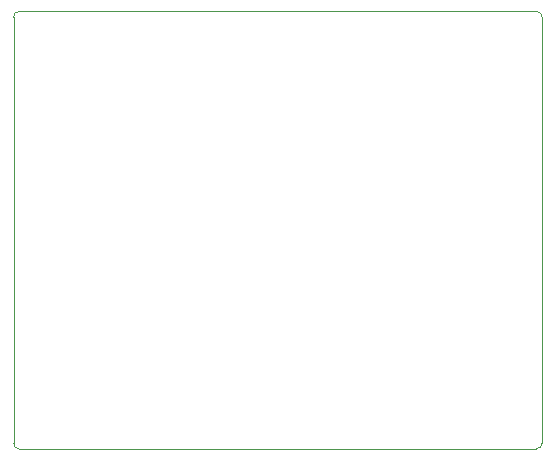
<source format=gbr>
%TF.GenerationSoftware,KiCad,Pcbnew,8.0.1*%
%TF.CreationDate,2024-11-21T22:19:22+00:00*%
%TF.ProjectId,Heating Element,48656174-696e-4672-9045-6c656d656e74,1*%
%TF.SameCoordinates,Original*%
%TF.FileFunction,Profile,NP*%
%FSLAX46Y46*%
G04 Gerber Fmt 4.6, Leading zero omitted, Abs format (unit mm)*
G04 Created by KiCad (PCBNEW 8.0.1) date 2024-11-21 22:19:22*
%MOMM*%
%LPD*%
G01*
G04 APERTURE LIST*
%TA.AperFunction,Profile*%
%ADD10C,0.050000*%
%TD*%
G04 APERTURE END LIST*
D10*
X139925000Y-114500000D02*
X96125000Y-114500000D01*
X140400000Y-77950000D02*
X140400000Y-114025000D01*
X96125000Y-77475000D02*
X139925000Y-77475000D01*
X95650000Y-114025000D02*
X95650000Y-77950000D01*
X96125000Y-114500000D02*
G75*
G02*
X95650000Y-114025000I0J475000D01*
G01*
X140400000Y-114025000D02*
G75*
G02*
X139925000Y-114500000I-475000J0D01*
G01*
X139925000Y-77475000D02*
G75*
G02*
X140400000Y-77950000I0J-475000D01*
G01*
X95650000Y-77950000D02*
G75*
G02*
X96125000Y-77475000I475000J0D01*
G01*
M02*

</source>
